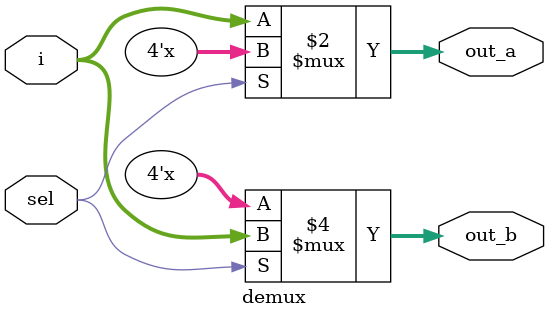
<source format=v>
module demux # (parameter bit_width = 4) (i, sel, out_a, out_b);
input [bit_width-1:0] i;
input sel;
output [bit_width-1:0] out_a, out_b;

assign out_a = (sel==1'b0) ? i : {(bit_width){1'bz}};
assign out_b = (sel==1'b1) ? i : {(bit_width){1'bz}};
endmodule
 

</source>
